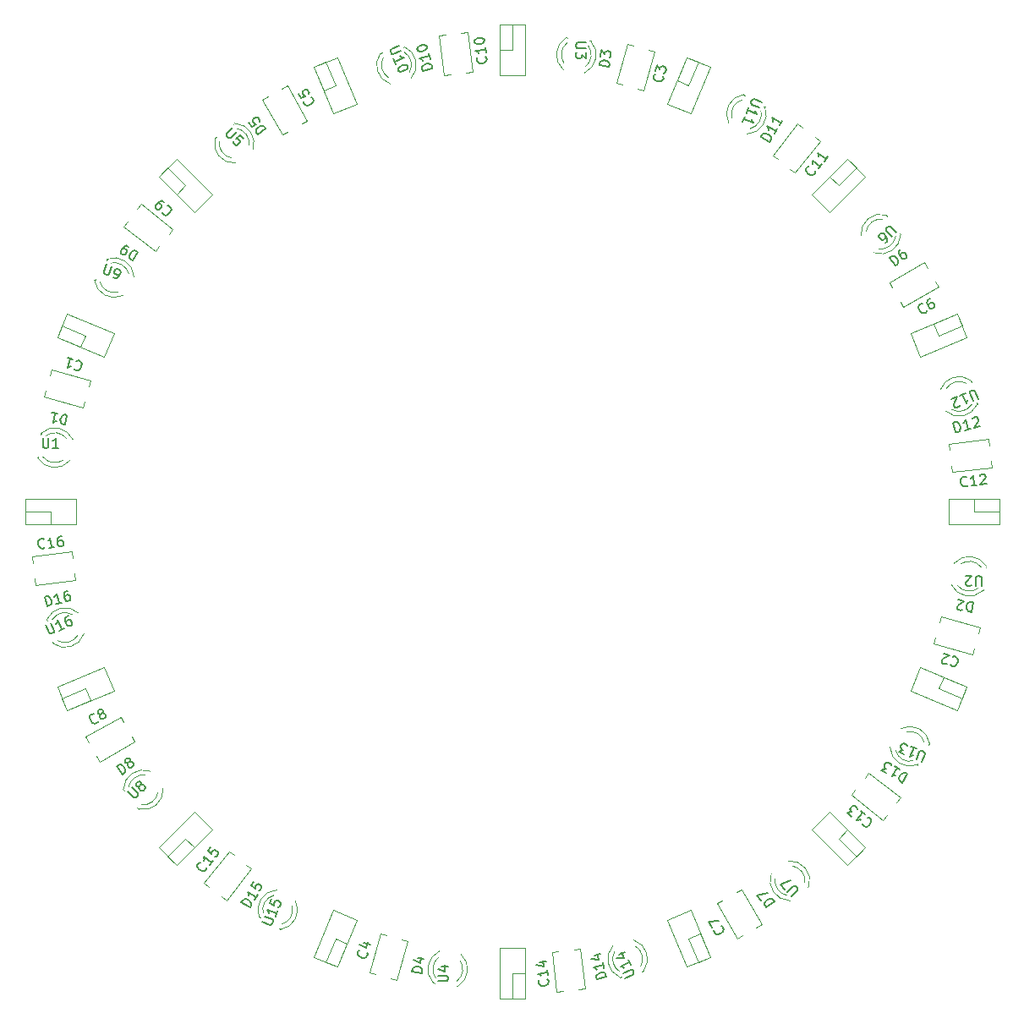
<source format=gbr>
G04 #@! TF.GenerationSoftware,KiCad,Pcbnew,(6.0.5)*
G04 #@! TF.CreationDate,2022-07-03T21:12:04+09:00*
G04 #@! TF.ProjectId,line_sensor,6c696e65-5f73-4656-9e73-6f722e6b6963,rev?*
G04 #@! TF.SameCoordinates,Original*
G04 #@! TF.FileFunction,Legend,Top*
G04 #@! TF.FilePolarity,Positive*
%FSLAX46Y46*%
G04 Gerber Fmt 4.6, Leading zero omitted, Abs format (unit mm)*
G04 Created by KiCad (PCBNEW (6.0.5)) date 2022-07-03 21:12:04*
%MOMM*%
%LPD*%
G01*
G04 APERTURE LIST*
%ADD10C,0.150000*%
%ADD11C,0.120000*%
G04 APERTURE END LIST*
D10*
X178665237Y-140621906D02*
X177866601Y-141223721D01*
X177723312Y-141033570D01*
X177675369Y-140890821D01*
X177694113Y-140757445D01*
X177741516Y-140662099D01*
X177864979Y-140509437D01*
X177979070Y-140423463D01*
X178159849Y-140346862D01*
X178264567Y-140327577D01*
X178397944Y-140346322D01*
X178521948Y-140431755D01*
X178665237Y-140621906D01*
X177322102Y-140501146D02*
X176920892Y-139968722D01*
X177977448Y-139709180D01*
X197999649Y-98930041D02*
X197958188Y-98983108D01*
X197822199Y-99047782D01*
X197727671Y-99059389D01*
X197580075Y-99029535D01*
X197473940Y-98946613D01*
X197415070Y-98857888D01*
X197344592Y-98674635D01*
X197327183Y-98532843D01*
X197351233Y-98337983D01*
X197386891Y-98237652D01*
X197469813Y-98131517D01*
X197605802Y-98066843D01*
X197700330Y-98055236D01*
X197847925Y-98085090D01*
X197900993Y-98126551D01*
X198956538Y-98908503D02*
X198389368Y-98978143D01*
X198672953Y-98943323D02*
X198551084Y-97950777D01*
X198473965Y-98104176D01*
X198391044Y-98210310D01*
X198302319Y-98269181D01*
X199224388Y-97964059D02*
X199265848Y-97910991D01*
X199354573Y-97852121D01*
X199590894Y-97823104D01*
X199691225Y-97858762D01*
X199744293Y-97900222D01*
X199803163Y-97988947D01*
X199814770Y-98083475D01*
X199784916Y-98231071D01*
X199287386Y-98867880D01*
X199901820Y-98792437D01*
X190857786Y-73604026D02*
X190285366Y-73031606D01*
X190184351Y-72997934D01*
X190117007Y-72997934D01*
X190015992Y-73031606D01*
X189881305Y-73166293D01*
X189847633Y-73267308D01*
X189847633Y-73334652D01*
X189881305Y-73435667D01*
X190453725Y-74008087D01*
X189813961Y-74647850D02*
X189948648Y-74513163D01*
X189982320Y-74412148D01*
X189982320Y-74344804D01*
X189948648Y-74176445D01*
X189847633Y-74008087D01*
X189578259Y-73738713D01*
X189477244Y-73705041D01*
X189409900Y-73705041D01*
X189308885Y-73738713D01*
X189174198Y-73873400D01*
X189140526Y-73974415D01*
X189140526Y-74041758D01*
X189174198Y-74142774D01*
X189342557Y-74311132D01*
X189443572Y-74344804D01*
X189510916Y-74344804D01*
X189611931Y-74311132D01*
X189746618Y-74176445D01*
X189780290Y-74075430D01*
X189780290Y-74008087D01*
X189746618Y-73907071D01*
X105716099Y-112929979D02*
X106025890Y-113677881D01*
X106106331Y-113747647D01*
X106168548Y-113773418D01*
X106274759Y-113780966D01*
X106450736Y-113708074D01*
X106520502Y-113627634D01*
X106546273Y-113565417D01*
X106553821Y-113459205D01*
X106244030Y-112711303D01*
X107550593Y-113252499D02*
X107022662Y-113471175D01*
X107286627Y-113361837D02*
X106903944Y-112437957D01*
X106870625Y-112606386D01*
X106819082Y-112730821D01*
X106749317Y-112811261D01*
X107959806Y-112000605D02*
X107783829Y-112073497D01*
X107714064Y-112153937D01*
X107688293Y-112216155D01*
X107654973Y-112384583D01*
X107683871Y-112578784D01*
X107829655Y-112930738D01*
X107910095Y-113000503D01*
X107972313Y-113026274D01*
X108078524Y-113033823D01*
X108254501Y-112960931D01*
X108324267Y-112880490D01*
X108350038Y-112818273D01*
X108357586Y-112712061D01*
X108266471Y-112492090D01*
X108186031Y-112422325D01*
X108123814Y-112396553D01*
X108017602Y-112389005D01*
X107841625Y-112461897D01*
X107771859Y-112542337D01*
X107746088Y-112604555D01*
X107738540Y-112710766D01*
X105410095Y-94202380D02*
X105410095Y-95011904D01*
X105457714Y-95107142D01*
X105505333Y-95154761D01*
X105600571Y-95202380D01*
X105791047Y-95202380D01*
X105886285Y-95154761D01*
X105933904Y-95107142D01*
X105981523Y-95011904D01*
X105981523Y-94202380D01*
X106981523Y-95202380D02*
X106410095Y-95202380D01*
X106695809Y-95202380D02*
X106695809Y-94202380D01*
X106600571Y-94345238D01*
X106505333Y-94440476D01*
X106410095Y-94488095D01*
X198564982Y-110620328D02*
X198425809Y-111610596D01*
X198190031Y-111577460D01*
X198055191Y-111510422D01*
X197974134Y-111402856D01*
X197940233Y-111301918D01*
X197919587Y-111106668D01*
X197939469Y-110965201D01*
X198013134Y-110783206D01*
X198073544Y-110695522D01*
X198181110Y-110614465D01*
X198329204Y-110587192D01*
X198564982Y-110620328D01*
X197495951Y-111383739D02*
X197442168Y-111424267D01*
X197341229Y-111458168D01*
X197105451Y-111425032D01*
X197017767Y-111364622D01*
X196977239Y-111310839D01*
X196943338Y-111209900D01*
X196956593Y-111115589D01*
X197023630Y-110980750D01*
X197669025Y-110494410D01*
X197056002Y-110408255D01*
X182755877Y-67468232D02*
X182764084Y-67535073D01*
X182713656Y-67676964D01*
X182655022Y-67752012D01*
X182529546Y-67835268D01*
X182395863Y-67851682D01*
X182291497Y-67830572D01*
X182112083Y-67750828D01*
X181999510Y-67662876D01*
X181878729Y-67508083D01*
X181832998Y-67411924D01*
X181816584Y-67278241D01*
X181867011Y-67136351D01*
X181925646Y-67061302D01*
X182051122Y-66978046D01*
X182117963Y-66969839D01*
X183417269Y-66776380D02*
X183065463Y-67226672D01*
X183241366Y-67001526D02*
X182453355Y-66385864D01*
X182507294Y-66548865D01*
X182523708Y-66682548D01*
X182502598Y-66786914D01*
X184003614Y-66025894D02*
X183651807Y-66476185D01*
X183827710Y-66251039D02*
X183039700Y-65635378D01*
X183093638Y-65798378D01*
X183110052Y-65932061D01*
X183088942Y-66036427D01*
X199389904Y-108997619D02*
X199389904Y-108188095D01*
X199342285Y-108092857D01*
X199294666Y-108045238D01*
X199199428Y-107997619D01*
X199008952Y-107997619D01*
X198913714Y-108045238D01*
X198866095Y-108092857D01*
X198818476Y-108188095D01*
X198818476Y-108997619D01*
X198389904Y-108902380D02*
X198342285Y-108950000D01*
X198247047Y-108997619D01*
X198008952Y-108997619D01*
X197913714Y-108950000D01*
X197866095Y-108902380D01*
X197818476Y-108807142D01*
X197818476Y-108711904D01*
X197866095Y-108569047D01*
X198437523Y-107997619D01*
X197818476Y-107997619D01*
X132248561Y-60078710D02*
X132313456Y-60096707D01*
X132425247Y-60197595D01*
X132472145Y-60280486D01*
X132501046Y-60428271D01*
X132465052Y-60558060D01*
X132405610Y-60646403D01*
X132263276Y-60781643D01*
X132138940Y-60851989D01*
X131949709Y-60904339D01*
X131843369Y-60909791D01*
X131713581Y-60873797D01*
X131601789Y-60772909D01*
X131554892Y-60690018D01*
X131525991Y-60542233D01*
X131543988Y-60477339D01*
X131015571Y-59736772D02*
X131250058Y-60151227D01*
X131687962Y-59958185D01*
X131623068Y-59940188D01*
X131534725Y-59880746D01*
X131417481Y-59673518D01*
X131412029Y-59567178D01*
X131430026Y-59502284D01*
X131489468Y-59413941D01*
X131696696Y-59296698D01*
X131803035Y-59291246D01*
X131867930Y-59309242D01*
X131956273Y-59368685D01*
X132073516Y-59575912D01*
X132078968Y-59682252D01*
X132060971Y-59747146D01*
X110940323Y-122537261D02*
X110922326Y-122602156D01*
X110821438Y-122713947D01*
X110738547Y-122760845D01*
X110590762Y-122789746D01*
X110460973Y-122753752D01*
X110372630Y-122694310D01*
X110237390Y-122551976D01*
X110167044Y-122427640D01*
X110114694Y-122238409D01*
X110109242Y-122132069D01*
X110145236Y-122002281D01*
X110246124Y-121890489D01*
X110329015Y-121843592D01*
X110476800Y-121814691D01*
X110541694Y-121832688D01*
X111203181Y-121841421D02*
X111096842Y-121846873D01*
X111031947Y-121828877D01*
X110943604Y-121769434D01*
X110920156Y-121727989D01*
X110914704Y-121621649D01*
X110932701Y-121556755D01*
X110992143Y-121468412D01*
X111157925Y-121374617D01*
X111264265Y-121369165D01*
X111329159Y-121387162D01*
X111417502Y-121446604D01*
X111440951Y-121488049D01*
X111446403Y-121594389D01*
X111428406Y-121659283D01*
X111368964Y-121747626D01*
X111203181Y-121841421D01*
X111143739Y-121929764D01*
X111125742Y-121994659D01*
X111131194Y-122100998D01*
X111224989Y-122266780D01*
X111313332Y-122326223D01*
X111378227Y-122344220D01*
X111484566Y-122338768D01*
X111650348Y-122244973D01*
X111709791Y-122156630D01*
X111727787Y-122091735D01*
X111722335Y-121985396D01*
X111628541Y-121819614D01*
X111540198Y-121760171D01*
X111475303Y-121742174D01*
X111368964Y-121747626D01*
X124404026Y-63142213D02*
X123831606Y-63714633D01*
X123797934Y-63815648D01*
X123797934Y-63882992D01*
X123831606Y-63984007D01*
X123966293Y-64118694D01*
X124067308Y-64152366D01*
X124134652Y-64152366D01*
X124235667Y-64118694D01*
X124808087Y-63546274D01*
X125481522Y-64219709D02*
X125144804Y-63882992D01*
X124774415Y-64186038D01*
X124841758Y-64186038D01*
X124942774Y-64219709D01*
X125111132Y-64388068D01*
X125144804Y-64489083D01*
X125144804Y-64556427D01*
X125111132Y-64657442D01*
X124942774Y-64825801D01*
X124841758Y-64859473D01*
X124774415Y-64859473D01*
X124673400Y-64825801D01*
X124505041Y-64657442D01*
X124471369Y-64556427D01*
X124471369Y-64489083D01*
X113942213Y-129595973D02*
X114514633Y-130168393D01*
X114615648Y-130202065D01*
X114682992Y-130202065D01*
X114784007Y-130168393D01*
X114918694Y-130033706D01*
X114952366Y-129932691D01*
X114952366Y-129865347D01*
X114918694Y-129764332D01*
X114346274Y-129191912D01*
X115087053Y-129057225D02*
X114986038Y-129090897D01*
X114918694Y-129090897D01*
X114817679Y-129057225D01*
X114784007Y-129023554D01*
X114750335Y-128922538D01*
X114750335Y-128855195D01*
X114784007Y-128754180D01*
X114918694Y-128619493D01*
X115019709Y-128585821D01*
X115087053Y-128585821D01*
X115188068Y-128619493D01*
X115221740Y-128653164D01*
X115255412Y-128754180D01*
X115255412Y-128821523D01*
X115221740Y-128922538D01*
X115087053Y-129057225D01*
X115053381Y-129158241D01*
X115053381Y-129225584D01*
X115087053Y-129326599D01*
X115221740Y-129461286D01*
X115322755Y-129494958D01*
X115390099Y-129494958D01*
X115491114Y-129461286D01*
X115625801Y-129326599D01*
X115659473Y-129225584D01*
X115659473Y-129158241D01*
X115625801Y-129057225D01*
X115491114Y-128922538D01*
X115390099Y-128888867D01*
X115322755Y-128888867D01*
X115221740Y-128922538D01*
X192009251Y-127841955D02*
X191501713Y-128703585D01*
X191296563Y-128582742D01*
X191197642Y-128469207D01*
X191163919Y-128338810D01*
X191171226Y-128232581D01*
X191226870Y-128044293D01*
X191299375Y-127921203D01*
X191437079Y-127781252D01*
X191526446Y-127723360D01*
X191656843Y-127689637D01*
X191804101Y-127721113D01*
X192009251Y-127841955D01*
X190696292Y-127068564D02*
X191188652Y-127358586D01*
X190942472Y-127213575D02*
X190434934Y-128075204D01*
X190589499Y-128000451D01*
X190719896Y-127966728D01*
X190826125Y-127974035D01*
X189901544Y-127761013D02*
X189368155Y-127446823D01*
X189848713Y-127287763D01*
X189725623Y-127215257D01*
X189667731Y-127125890D01*
X189650870Y-127060692D01*
X189658177Y-126954463D01*
X189779019Y-126749314D01*
X189868386Y-126691422D01*
X189933585Y-126674561D01*
X190039813Y-126681868D01*
X190285993Y-126826879D01*
X190343884Y-126916246D01*
X190360746Y-126981444D01*
X127745731Y-63212532D02*
X126947095Y-63814347D01*
X126803806Y-63624196D01*
X126755863Y-63481447D01*
X126774607Y-63348071D01*
X126822010Y-63252725D01*
X126945473Y-63100063D01*
X127059564Y-63014089D01*
X127240343Y-62937488D01*
X127345061Y-62918203D01*
X127478438Y-62936948D01*
X127602442Y-63022381D01*
X127745731Y-63212532D01*
X126058702Y-62635409D02*
X126345280Y-63015711D01*
X126754241Y-62767163D01*
X126687553Y-62757791D01*
X126592207Y-62710388D01*
X126448917Y-62520237D01*
X126429632Y-62415518D01*
X126439004Y-62348830D01*
X126486407Y-62253484D01*
X126676558Y-62110195D01*
X126781277Y-62090909D01*
X126847965Y-62100282D01*
X126943311Y-62147685D01*
X127086600Y-62337836D01*
X127105886Y-62442554D01*
X127096513Y-62509242D01*
X193422007Y-126598997D02*
X193731798Y-125851095D01*
X193724250Y-125744883D01*
X193698478Y-125682666D01*
X193628713Y-125602225D01*
X193452736Y-125529333D01*
X193346524Y-125536882D01*
X193284307Y-125562653D01*
X193203867Y-125632418D01*
X192894075Y-126380321D01*
X192352879Y-125073758D02*
X192880811Y-125292434D01*
X192616845Y-125183096D02*
X192234161Y-126106976D01*
X192376819Y-126011439D01*
X192501254Y-125959896D01*
X192607465Y-125952348D01*
X191662236Y-125870076D02*
X191090311Y-125633177D01*
X191544055Y-125408784D01*
X191412072Y-125354115D01*
X191342306Y-125273675D01*
X191316535Y-125211457D01*
X191308987Y-125105246D01*
X191400102Y-124885274D01*
X191480542Y-124815509D01*
X191542760Y-124789738D01*
X191648971Y-124782190D01*
X191912937Y-124891528D01*
X191982702Y-124971968D01*
X192008473Y-125034185D01*
X177398997Y-60577992D02*
X176651095Y-60268201D01*
X176544883Y-60275749D01*
X176482666Y-60301521D01*
X176402225Y-60371286D01*
X176329333Y-60547263D01*
X176336882Y-60653475D01*
X176362653Y-60715692D01*
X176432418Y-60796132D01*
X177180321Y-61105924D01*
X175873758Y-61647120D02*
X176092434Y-61119188D01*
X175983096Y-61383154D02*
X176906976Y-61765838D01*
X176811439Y-61623180D01*
X176759896Y-61498745D01*
X176752348Y-61392534D01*
X175509297Y-62527005D02*
X175727974Y-61999074D01*
X175618636Y-62263039D02*
X176542515Y-62645723D01*
X176446978Y-62503065D01*
X176395436Y-62378631D01*
X176387888Y-62272419D01*
X143379671Y-147764982D02*
X142389403Y-147625809D01*
X142422539Y-147390031D01*
X142489577Y-147255191D01*
X142597143Y-147174134D01*
X142698081Y-147140233D01*
X142893331Y-147119587D01*
X143034798Y-147139469D01*
X143216793Y-147213134D01*
X143304477Y-147273544D01*
X143385534Y-147381110D01*
X143412807Y-147529204D01*
X143379671Y-147764982D01*
X142918311Y-146257531D02*
X143578490Y-146350313D01*
X142507929Y-146440291D02*
X143182127Y-146775478D01*
X143268282Y-146162455D01*
X159797619Y-54610095D02*
X158988095Y-54610095D01*
X158892857Y-54657714D01*
X158845238Y-54705333D01*
X158797619Y-54800571D01*
X158797619Y-54991047D01*
X158845238Y-55086285D01*
X158892857Y-55133904D01*
X158988095Y-55181523D01*
X159797619Y-55181523D01*
X159797619Y-55562476D02*
X159797619Y-56181523D01*
X159416666Y-55848190D01*
X159416666Y-55991047D01*
X159369047Y-56086285D01*
X159321428Y-56133904D01*
X159226190Y-56181523D01*
X158988095Y-56181523D01*
X158892857Y-56133904D01*
X158845238Y-56086285D01*
X158797619Y-55991047D01*
X158797619Y-55705333D01*
X158845238Y-55610095D01*
X158892857Y-55562476D01*
X111817935Y-76783232D02*
X111508144Y-77531135D01*
X111515692Y-77637346D01*
X111541463Y-77699563D01*
X111611229Y-77780004D01*
X111787206Y-77852896D01*
X111893417Y-77845348D01*
X111955635Y-77819576D01*
X112036075Y-77749811D01*
X112345866Y-77001908D01*
X112447120Y-78126241D02*
X112623097Y-78199133D01*
X112729308Y-78191585D01*
X112791526Y-78165814D01*
X112934183Y-78070277D01*
X113051069Y-77912523D01*
X113196854Y-77560569D01*
X113189305Y-77454357D01*
X113163534Y-77392140D01*
X113093769Y-77311700D01*
X112917792Y-77238808D01*
X112811580Y-77246356D01*
X112749363Y-77272127D01*
X112668922Y-77341893D01*
X112577807Y-77561864D01*
X112585356Y-77668075D01*
X112611127Y-77730293D01*
X112680892Y-77810733D01*
X112856869Y-77883625D01*
X112963081Y-77876077D01*
X113025298Y-77850306D01*
X113105739Y-77780540D01*
X196839153Y-93631903D02*
X196588773Y-92663755D01*
X196819284Y-92604141D01*
X196969514Y-92614475D01*
X197085564Y-92682834D01*
X197155512Y-92763115D01*
X197249306Y-92935601D01*
X197285074Y-93073908D01*
X197286663Y-93270240D01*
X197264407Y-93374368D01*
X197196048Y-93490418D01*
X197069664Y-93572289D01*
X196839153Y-93631903D01*
X198314425Y-93250371D02*
X197761198Y-93393446D01*
X198037812Y-93321909D02*
X197787432Y-92353761D01*
X197730996Y-92515914D01*
X197662637Y-92631964D01*
X197582355Y-92701912D01*
X198456709Y-92279046D02*
X198490889Y-92221020D01*
X198571170Y-92151072D01*
X198801682Y-92091458D01*
X198905809Y-92113715D01*
X198963834Y-92147894D01*
X199033782Y-92228176D01*
X199057628Y-92320380D01*
X199047294Y-92470610D01*
X198637141Y-93166911D01*
X199236471Y-93011914D01*
X190787467Y-76945731D02*
X190185652Y-76147095D01*
X190375803Y-76003806D01*
X190518552Y-75955863D01*
X190651928Y-75974607D01*
X190747274Y-76022010D01*
X190899936Y-76145473D01*
X190985910Y-76259564D01*
X191062511Y-76440343D01*
X191081796Y-76545061D01*
X191063051Y-76678438D01*
X190977618Y-76802442D01*
X190787467Y-76945731D01*
X191326560Y-75287360D02*
X191174439Y-75401991D01*
X191127036Y-75497337D01*
X191117664Y-75564025D01*
X191127577Y-75735432D01*
X191204178Y-75916210D01*
X191433441Y-76220453D01*
X191528787Y-76267855D01*
X191595475Y-76277228D01*
X191700193Y-76257942D01*
X191852314Y-76143311D01*
X191899717Y-76047965D01*
X191909090Y-75981277D01*
X191889804Y-75876558D01*
X191746515Y-75686407D01*
X191651169Y-75639004D01*
X191584481Y-75629632D01*
X191479762Y-75648917D01*
X191327641Y-75763549D01*
X191280239Y-75858895D01*
X191270866Y-75925583D01*
X191290152Y-76030301D01*
X141070020Y-54916099D02*
X140322118Y-55225890D01*
X140252352Y-55306331D01*
X140226581Y-55368548D01*
X140219033Y-55474759D01*
X140291925Y-55650736D01*
X140372365Y-55720502D01*
X140434582Y-55746273D01*
X140540794Y-55753821D01*
X141288696Y-55444030D01*
X140747500Y-56750593D02*
X140528824Y-56222662D01*
X140638162Y-56486627D02*
X141562042Y-56103944D01*
X141393613Y-56070625D01*
X141269178Y-56019082D01*
X141188738Y-55949317D01*
X141908279Y-56939835D02*
X141944725Y-57027824D01*
X141937177Y-57134035D01*
X141911406Y-57196252D01*
X141841640Y-57276693D01*
X141683886Y-57393579D01*
X141463915Y-57484694D01*
X141269715Y-57513592D01*
X141163503Y-57506044D01*
X141101286Y-57480272D01*
X141020845Y-57410507D01*
X140984399Y-57322518D01*
X140991948Y-57216307D01*
X141017719Y-57154090D01*
X141087484Y-57073649D01*
X141245238Y-56956763D01*
X141465210Y-56865648D01*
X141659410Y-56836750D01*
X141765621Y-56844298D01*
X141827839Y-56870070D01*
X141908279Y-56939835D01*
X117892989Y-70950950D02*
X117959830Y-70942743D01*
X118101720Y-70993171D01*
X118176769Y-71051805D01*
X118260025Y-71177281D01*
X118276439Y-71310964D01*
X118255329Y-71415330D01*
X118175584Y-71594744D01*
X118087633Y-71707317D01*
X117932840Y-71828097D01*
X117836681Y-71873829D01*
X117702998Y-71890243D01*
X117561108Y-71839816D01*
X117486059Y-71781181D01*
X117402803Y-71655705D01*
X117394596Y-71588864D01*
X117576380Y-70582730D02*
X117426283Y-70465461D01*
X117321917Y-70444351D01*
X117255075Y-70452558D01*
X117092075Y-70506496D01*
X116937282Y-70627276D01*
X116702744Y-70927471D01*
X116681634Y-71031837D01*
X116689841Y-71098678D01*
X116735573Y-71194837D01*
X116885670Y-71312106D01*
X116990036Y-71333216D01*
X117056877Y-71325009D01*
X117153036Y-71279277D01*
X117299622Y-71091656D01*
X117320732Y-70987290D01*
X117312525Y-70920448D01*
X117266794Y-70824290D01*
X117116696Y-70707021D01*
X117012330Y-70685911D01*
X116945489Y-70694118D01*
X116849330Y-70739849D01*
X187984682Y-132184576D02*
X188051523Y-132176369D01*
X188193414Y-132226797D01*
X188268462Y-132285431D01*
X188351718Y-132410907D01*
X188368132Y-132544590D01*
X188347022Y-132648956D01*
X188267278Y-132828370D01*
X188179326Y-132940943D01*
X188024533Y-133061724D01*
X187928374Y-133107455D01*
X187794691Y-133123869D01*
X187652801Y-133073442D01*
X187577752Y-133014807D01*
X187494496Y-132889331D01*
X187486289Y-132822490D01*
X187292830Y-131523184D02*
X187743122Y-131874990D01*
X187517976Y-131699087D02*
X186902314Y-132487098D01*
X187065315Y-132433159D01*
X187198998Y-132416745D01*
X187303364Y-132437855D01*
X186414498Y-132105974D02*
X185926682Y-131724850D01*
X186423890Y-131629876D01*
X186311317Y-131541924D01*
X186265586Y-131445766D01*
X186257378Y-131378924D01*
X186278489Y-131274558D01*
X186425075Y-131086937D01*
X186521233Y-131041205D01*
X186588075Y-131032998D01*
X186692441Y-131054108D01*
X186917587Y-131230011D01*
X186963318Y-131326170D01*
X186971525Y-131393012D01*
X137888460Y-145721297D02*
X137921621Y-145779910D01*
X137929331Y-145930297D01*
X137903880Y-146022071D01*
X137819816Y-146147007D01*
X137702590Y-146213330D01*
X137598090Y-146233766D01*
X137401816Y-146228751D01*
X137264155Y-146190574D01*
X137093332Y-146093784D01*
X137014283Y-146022445D01*
X136947960Y-145905220D01*
X136940250Y-145754833D01*
X136965701Y-145663058D01*
X137049765Y-145538123D01*
X137108378Y-145504961D01*
X137566875Y-144742620D02*
X138209295Y-144920779D01*
X137136149Y-144870251D02*
X137760829Y-145290571D01*
X137926262Y-144694038D01*
X199083900Y-90270020D02*
X198774109Y-89522118D01*
X198693668Y-89452352D01*
X198631451Y-89426581D01*
X198525240Y-89419033D01*
X198349263Y-89491925D01*
X198279497Y-89572365D01*
X198253726Y-89634582D01*
X198246178Y-89740794D01*
X198555969Y-90488696D01*
X197249406Y-89947500D02*
X197777337Y-89728824D01*
X197513372Y-89838162D02*
X197896055Y-90762042D01*
X197929374Y-90593613D01*
X197980917Y-90469178D01*
X198050682Y-90388738D01*
X197243689Y-90929175D02*
X197217918Y-90991393D01*
X197148152Y-91071833D01*
X196928181Y-91162948D01*
X196821970Y-91155400D01*
X196759752Y-91129629D01*
X196679312Y-91059863D01*
X196642866Y-90971875D01*
X196632191Y-90821669D01*
X196941446Y-90075061D01*
X196369521Y-90311961D01*
X145002380Y-148589904D02*
X145811904Y-148589904D01*
X145907142Y-148542285D01*
X145954761Y-148494666D01*
X146002380Y-148399428D01*
X146002380Y-148208952D01*
X145954761Y-148113714D01*
X145907142Y-148066095D01*
X145811904Y-148018476D01*
X145002380Y-148018476D01*
X145335714Y-147113714D02*
X146002380Y-147113714D01*
X144954761Y-147351809D02*
X145669047Y-147589904D01*
X145669047Y-146970857D01*
X127401002Y-142622007D02*
X128148904Y-142931798D01*
X128255116Y-142924250D01*
X128317333Y-142898478D01*
X128397774Y-142828713D01*
X128470666Y-142652736D01*
X128463117Y-142546524D01*
X128437346Y-142484307D01*
X128367581Y-142403867D01*
X127619678Y-142094075D01*
X128926241Y-141552879D02*
X128707565Y-142080811D01*
X128816903Y-141816845D02*
X127893023Y-141434161D01*
X127988560Y-141576819D01*
X128040103Y-141701254D01*
X128047651Y-141807465D01*
X128348599Y-140334305D02*
X128166369Y-140774248D01*
X128588088Y-141000472D01*
X128562317Y-140938255D01*
X128554769Y-140832043D01*
X128645884Y-140612072D01*
X128726324Y-140542306D01*
X128788542Y-140516535D01*
X128894753Y-140508987D01*
X129114725Y-140600102D01*
X129184490Y-140680542D01*
X129210261Y-140742760D01*
X129217809Y-140848971D01*
X129126694Y-141068942D01*
X129046254Y-141138708D01*
X128984037Y-141164479D01*
X126158044Y-141209251D02*
X125296414Y-140701713D01*
X125417257Y-140496563D01*
X125530792Y-140397642D01*
X125661189Y-140363919D01*
X125767418Y-140371226D01*
X125955706Y-140426870D01*
X126078796Y-140499375D01*
X126218747Y-140637079D01*
X126276639Y-140726446D01*
X126310362Y-140856843D01*
X126278886Y-141004101D01*
X126158044Y-141209251D01*
X126931435Y-139896292D02*
X126641413Y-140388652D01*
X126786424Y-140142472D02*
X125924795Y-139634934D01*
X125999548Y-139789499D01*
X126033271Y-139919896D01*
X126025964Y-140026125D01*
X126529008Y-138609185D02*
X126287323Y-139019484D01*
X126673454Y-139302199D01*
X126656592Y-139237001D01*
X126663899Y-139130772D01*
X126784742Y-138925623D01*
X126874109Y-138867731D01*
X126939307Y-138850870D01*
X127045536Y-138858177D01*
X127250685Y-138979019D01*
X127308577Y-139068386D01*
X127325438Y-139133585D01*
X127318131Y-139239813D01*
X127197289Y-139444963D01*
X127107922Y-139502854D01*
X127042723Y-139519716D01*
X107822760Y-91889160D02*
X107683587Y-92879428D01*
X107447809Y-92846292D01*
X107312969Y-92779254D01*
X107231912Y-92671688D01*
X107198011Y-92570750D01*
X107177365Y-92375500D01*
X107197247Y-92234033D01*
X107270912Y-92052038D01*
X107331322Y-91964354D01*
X107438888Y-91883297D01*
X107586982Y-91856024D01*
X107822760Y-91889160D01*
X106313780Y-91677087D02*
X106879647Y-91756614D01*
X106596714Y-91716851D02*
X106457541Y-92707119D01*
X106571734Y-92578906D01*
X106679300Y-92497850D01*
X106780238Y-92463949D01*
X108790797Y-86489231D02*
X108849410Y-86456070D01*
X108999797Y-86448360D01*
X109091571Y-86473811D01*
X109216507Y-86557875D01*
X109282830Y-86675101D01*
X109303266Y-86779601D01*
X109298251Y-86975875D01*
X109260074Y-87113536D01*
X109163284Y-87284359D01*
X109091945Y-87363408D01*
X108974720Y-87429731D01*
X108824333Y-87437441D01*
X108732558Y-87411990D01*
X108607623Y-87327926D01*
X108574461Y-87269313D01*
X107898505Y-86142944D02*
X108449151Y-86295652D01*
X108173828Y-86219298D02*
X107906589Y-87182929D01*
X108036541Y-87070718D01*
X108153766Y-87004395D01*
X108258266Y-86983960D01*
X180395973Y-140057786D02*
X180968393Y-139485366D01*
X181002065Y-139384351D01*
X181002065Y-139317007D01*
X180968393Y-139215992D01*
X180833706Y-139081305D01*
X180732691Y-139047633D01*
X180665347Y-139047633D01*
X180564332Y-139081305D01*
X179991912Y-139653725D01*
X179722538Y-139384351D02*
X179251134Y-138912946D01*
X180261286Y-138508885D01*
X167510768Y-57990797D02*
X167543929Y-58049410D01*
X167551639Y-58199797D01*
X167526188Y-58291571D01*
X167442124Y-58416507D01*
X167324898Y-58482830D01*
X167220398Y-58503266D01*
X167024124Y-58498251D01*
X166886463Y-58460074D01*
X166715640Y-58363284D01*
X166636591Y-58291945D01*
X166570268Y-58174720D01*
X166562558Y-58024333D01*
X166588009Y-57932558D01*
X166672073Y-57807623D01*
X166730686Y-57774461D01*
X166727991Y-57427800D02*
X166893424Y-56831266D01*
X167171442Y-57254282D01*
X167209619Y-57116620D01*
X167280957Y-57037572D01*
X167339570Y-57004410D01*
X167444070Y-56983974D01*
X167673506Y-57047602D01*
X167752555Y-57118941D01*
X167785716Y-57177554D01*
X167806152Y-57282053D01*
X167729798Y-57557376D01*
X167658460Y-57636425D01*
X167599847Y-57669587D01*
X113378093Y-127865237D02*
X112776278Y-127066601D01*
X112966429Y-126923312D01*
X113109178Y-126875369D01*
X113242554Y-126894113D01*
X113337900Y-126941516D01*
X113490562Y-127064979D01*
X113576536Y-127179070D01*
X113653137Y-127359849D01*
X113672422Y-127464567D01*
X113653677Y-127597944D01*
X113568244Y-127721948D01*
X113378093Y-127865237D01*
X113946925Y-126721085D02*
X113842207Y-126740371D01*
X113775519Y-126730998D01*
X113680173Y-126683595D01*
X113651515Y-126645565D01*
X113632229Y-126540847D01*
X113641602Y-126474159D01*
X113689004Y-126378813D01*
X113841125Y-126264181D01*
X113945844Y-126244896D01*
X114012532Y-126254268D01*
X114107878Y-126301671D01*
X114136536Y-126339701D01*
X114155821Y-126444420D01*
X114146449Y-126511108D01*
X114099046Y-126606454D01*
X113946925Y-126721085D01*
X113899522Y-126816431D01*
X113890150Y-126883119D01*
X113909435Y-126987838D01*
X114024067Y-127139959D01*
X114119413Y-127187361D01*
X114186101Y-127196734D01*
X114290819Y-127177448D01*
X114442940Y-127062817D01*
X114490343Y-126967471D01*
X114499716Y-126900783D01*
X114480430Y-126796064D01*
X114365799Y-126643943D01*
X114270453Y-126596541D01*
X114203765Y-126587168D01*
X114099046Y-126606454D01*
X196521297Y-116111539D02*
X196579910Y-116078378D01*
X196730297Y-116070668D01*
X196822071Y-116096119D01*
X196947007Y-116180183D01*
X197013330Y-116297409D01*
X197033766Y-116401909D01*
X197028751Y-116598183D01*
X196990574Y-116735844D01*
X196893784Y-116906667D01*
X196822445Y-116985716D01*
X196705220Y-117052039D01*
X196554833Y-117059749D01*
X196463058Y-117034298D01*
X196338123Y-116950234D01*
X196304961Y-116891621D01*
X195937864Y-116789816D02*
X195879251Y-116822978D01*
X195774751Y-116843414D01*
X195545315Y-116779785D01*
X195466266Y-116708447D01*
X195433105Y-116649834D01*
X195412669Y-116545334D01*
X195438120Y-116453560D01*
X195522184Y-116328624D01*
X196225538Y-115930686D01*
X195629005Y-115765252D01*
X121815423Y-137184682D02*
X121823630Y-137251523D01*
X121773202Y-137393414D01*
X121714568Y-137468462D01*
X121589092Y-137551718D01*
X121455409Y-137568132D01*
X121351043Y-137547022D01*
X121171629Y-137467278D01*
X121059056Y-137379326D01*
X120938275Y-137224533D01*
X120892544Y-137128374D01*
X120876130Y-136994691D01*
X120926557Y-136852801D01*
X120985192Y-136777752D01*
X121110668Y-136694496D01*
X121177509Y-136686289D01*
X122476815Y-136492830D02*
X122125009Y-136943122D01*
X122300912Y-136717976D02*
X121512901Y-136102314D01*
X121566840Y-136265315D01*
X121583254Y-136398998D01*
X121562144Y-136503364D01*
X122245832Y-135164206D02*
X121952660Y-135539450D01*
X122298586Y-135870146D01*
X122290378Y-135803304D01*
X122311489Y-135698939D01*
X122458075Y-135511317D01*
X122554233Y-135465586D01*
X122621075Y-135457378D01*
X122725441Y-135478489D01*
X122913062Y-135625075D01*
X122958794Y-135721233D01*
X122967001Y-135788075D01*
X122945891Y-135892441D01*
X122799305Y-136080062D01*
X122703146Y-136125794D01*
X122636305Y-136134001D01*
X162110839Y-57022760D02*
X161120571Y-56883587D01*
X161153707Y-56647809D01*
X161220745Y-56512969D01*
X161328311Y-56431912D01*
X161429249Y-56398011D01*
X161624499Y-56377365D01*
X161765966Y-56397247D01*
X161947961Y-56470912D01*
X162035645Y-56531322D01*
X162116702Y-56638888D01*
X162143975Y-56786982D01*
X162110839Y-57022760D01*
X161246489Y-55987630D02*
X161332644Y-55374607D01*
X161663498Y-55757715D01*
X161683380Y-55616248D01*
X161743790Y-55528564D01*
X161797573Y-55488035D01*
X161898512Y-55454134D01*
X162134290Y-55487271D01*
X162221974Y-55547681D01*
X162262502Y-55601464D01*
X162296403Y-55702402D01*
X162256639Y-55985336D01*
X162196229Y-56073020D01*
X162142446Y-56113549D01*
X193921289Y-81448561D02*
X193903292Y-81513456D01*
X193802404Y-81625247D01*
X193719513Y-81672145D01*
X193571728Y-81701046D01*
X193441939Y-81665052D01*
X193353596Y-81605610D01*
X193218356Y-81463276D01*
X193148010Y-81338940D01*
X193095660Y-81149709D01*
X193090208Y-81043369D01*
X193126202Y-80913581D01*
X193227090Y-80801789D01*
X193309981Y-80754892D01*
X193457766Y-80725991D01*
X193522660Y-80743988D01*
X194221782Y-80239019D02*
X194056000Y-80332814D01*
X193996558Y-80421157D01*
X193978561Y-80486052D01*
X193966016Y-80657286D01*
X194018365Y-80846516D01*
X194205955Y-81178080D01*
X194294298Y-81237523D01*
X194359193Y-81255520D01*
X194465532Y-81250068D01*
X194631314Y-81156273D01*
X194690757Y-81067930D01*
X194708753Y-81003035D01*
X194703301Y-80896696D01*
X194586058Y-80689468D01*
X194497715Y-80630026D01*
X194432821Y-80612029D01*
X194326481Y-80617481D01*
X194160699Y-80711276D01*
X194101256Y-80799619D01*
X194083260Y-80864513D01*
X194088712Y-80970853D01*
X105611269Y-105135609D02*
X105569808Y-105188676D01*
X105433819Y-105253350D01*
X105339291Y-105264957D01*
X105191695Y-105235103D01*
X105085560Y-105152181D01*
X105026690Y-105063456D01*
X104956212Y-104880203D01*
X104938803Y-104738411D01*
X104962853Y-104543551D01*
X104998511Y-104443220D01*
X105081433Y-104337085D01*
X105217422Y-104272411D01*
X105311950Y-104260804D01*
X105459545Y-104290658D01*
X105512613Y-104332119D01*
X106568158Y-105114071D02*
X106000988Y-105183711D01*
X106284573Y-105148891D02*
X106162704Y-104156345D01*
X106085585Y-104309744D01*
X106002664Y-104415878D01*
X105913939Y-104474749D01*
X107297042Y-104017065D02*
X107107986Y-104040279D01*
X107019261Y-104099149D01*
X106977800Y-104152217D01*
X106900682Y-104305616D01*
X106876631Y-104500475D01*
X106923057Y-104878588D01*
X106981928Y-104967313D01*
X107034995Y-105008774D01*
X107135327Y-105044431D01*
X107324383Y-105021218D01*
X107413108Y-104962347D01*
X107454569Y-104909280D01*
X107490226Y-104808949D01*
X107461210Y-104572628D01*
X107402339Y-104483903D01*
X107349272Y-104442442D01*
X107248940Y-104406785D01*
X107059884Y-104429998D01*
X106971159Y-104488869D01*
X106929698Y-104541936D01*
X106894041Y-104642268D01*
X173337261Y-143059676D02*
X173402156Y-143077673D01*
X173513947Y-143178561D01*
X173560845Y-143261452D01*
X173589746Y-143409237D01*
X173553752Y-143539026D01*
X173494310Y-143627369D01*
X173351976Y-143762609D01*
X173227640Y-143832955D01*
X173038409Y-143885305D01*
X172932069Y-143890757D01*
X172802281Y-143854763D01*
X172690489Y-143753875D01*
X172643592Y-143670984D01*
X172614691Y-143523199D01*
X172632688Y-143458305D01*
X172385656Y-143215084D02*
X172057373Y-142634847D01*
X173138768Y-142515433D01*
X144431903Y-57160846D02*
X143463755Y-57411226D01*
X143404141Y-57180715D01*
X143414475Y-57030485D01*
X143482834Y-56914435D01*
X143563115Y-56844487D01*
X143735601Y-56750693D01*
X143873908Y-56714925D01*
X144070240Y-56713336D01*
X144174368Y-56735592D01*
X144290418Y-56803951D01*
X144372289Y-56930335D01*
X144431903Y-57160846D01*
X144050371Y-55685574D02*
X144193446Y-56238801D01*
X144121909Y-55962187D02*
X143153761Y-56212567D01*
X143315914Y-56269003D01*
X143431964Y-56337362D01*
X143501912Y-56417644D01*
X142927227Y-55336624D02*
X142903381Y-55244420D01*
X142925638Y-55140292D01*
X142959817Y-55082267D01*
X143040099Y-55012319D01*
X143212585Y-54918525D01*
X143443096Y-54858911D01*
X143639428Y-54857322D01*
X143743556Y-54879578D01*
X143801581Y-54913758D01*
X143871529Y-54994040D01*
X143895374Y-55086244D01*
X143873118Y-55190372D01*
X143838938Y-55248397D01*
X143758657Y-55318345D01*
X143586170Y-55412138D01*
X143355659Y-55471753D01*
X143159327Y-55473342D01*
X143055200Y-55451085D01*
X142997175Y-55416906D01*
X142927227Y-55336624D01*
X163729979Y-148283900D02*
X164477881Y-147974109D01*
X164547647Y-147893668D01*
X164573418Y-147831451D01*
X164580966Y-147725240D01*
X164508074Y-147549263D01*
X164427634Y-147479497D01*
X164365417Y-147453726D01*
X164259205Y-147446178D01*
X163511303Y-147755969D01*
X164052499Y-146449406D02*
X164271175Y-146977337D01*
X164161837Y-146713372D02*
X163237957Y-147096055D01*
X163406386Y-147129374D01*
X163530821Y-147180917D01*
X163611261Y-147250682D01*
X163108565Y-145912632D02*
X163724484Y-145657509D01*
X162847726Y-146278387D02*
X163598755Y-146225013D01*
X163361856Y-145653088D01*
X161852105Y-148163834D02*
X160883957Y-148414214D01*
X160824343Y-148183703D01*
X160834677Y-148033473D01*
X160903036Y-147917423D01*
X160983317Y-147847475D01*
X161155803Y-147753681D01*
X161294110Y-147717913D01*
X161490442Y-147716324D01*
X161594570Y-147738580D01*
X161710620Y-147806939D01*
X161792491Y-147933323D01*
X161852105Y-148163834D01*
X161470573Y-146688562D02*
X161613648Y-147241789D01*
X161542111Y-146965175D02*
X160573963Y-147215555D01*
X160736116Y-147271991D01*
X160852166Y-147340350D01*
X160922114Y-147420632D01*
X160610530Y-146025641D02*
X161255962Y-145858721D01*
X160301326Y-146351535D02*
X161052475Y-146403203D01*
X160897478Y-145803874D01*
X114932178Y-75569383D02*
X114424639Y-76431012D01*
X114219489Y-76310169D01*
X114120568Y-76196634D01*
X114086845Y-76066237D01*
X114094152Y-75960008D01*
X114149796Y-75771720D01*
X114222302Y-75648630D01*
X114360006Y-75508679D01*
X114449372Y-75450787D01*
X114579769Y-75417065D01*
X114727028Y-75448540D01*
X114932178Y-75569383D01*
X114029518Y-75037676D02*
X113865399Y-74941002D01*
X113759170Y-74933695D01*
X113693972Y-74950556D01*
X113539406Y-75025309D01*
X113401702Y-75165260D01*
X113208354Y-75493500D01*
X113201047Y-75599728D01*
X113217909Y-75664927D01*
X113275800Y-75754294D01*
X113439920Y-75850968D01*
X113546149Y-75858275D01*
X113611347Y-75841413D01*
X113700714Y-75783522D01*
X113821556Y-75578372D01*
X113828863Y-75472144D01*
X113812002Y-75406945D01*
X113754111Y-75317578D01*
X113589991Y-75220904D01*
X113483762Y-75213597D01*
X113418564Y-75230459D01*
X113329197Y-75288350D01*
X149730041Y-56000350D02*
X149783108Y-56041811D01*
X149847782Y-56177800D01*
X149859389Y-56272328D01*
X149829535Y-56419924D01*
X149746613Y-56526059D01*
X149657888Y-56584929D01*
X149474635Y-56655407D01*
X149332843Y-56672816D01*
X149137983Y-56648766D01*
X149037652Y-56613108D01*
X148931517Y-56530186D01*
X148866843Y-56394197D01*
X148855236Y-56299669D01*
X148885090Y-56152074D01*
X148926551Y-56099006D01*
X149708503Y-55043461D02*
X149778143Y-55610631D01*
X149743323Y-55327046D02*
X148750777Y-55448915D01*
X148904176Y-55526034D01*
X149010310Y-55608955D01*
X149069181Y-55697680D01*
X148640514Y-54550897D02*
X148628907Y-54456369D01*
X148664565Y-54356038D01*
X148706026Y-54302970D01*
X148794751Y-54244100D01*
X148978004Y-54173622D01*
X149214324Y-54144606D01*
X149409184Y-54168657D01*
X149509515Y-54204314D01*
X149562583Y-54245775D01*
X149621453Y-54334500D01*
X149633060Y-54429028D01*
X149597403Y-54529360D01*
X149555942Y-54582427D01*
X149467217Y-54641298D01*
X149283964Y-54711775D01*
X149047643Y-54740792D01*
X148852784Y-54716741D01*
X148752452Y-54681083D01*
X148699385Y-54639622D01*
X148640514Y-54550897D01*
X105836165Y-111052105D02*
X105585785Y-110083957D01*
X105816296Y-110024343D01*
X105966526Y-110034677D01*
X106082576Y-110103036D01*
X106152524Y-110183317D01*
X106246318Y-110355803D01*
X106282086Y-110494110D01*
X106283675Y-110690442D01*
X106261419Y-110794570D01*
X106193060Y-110910620D01*
X106066676Y-110992491D01*
X105836165Y-111052105D01*
X107311437Y-110670573D02*
X106758210Y-110813648D01*
X107034824Y-110742111D02*
X106784444Y-109773963D01*
X106728008Y-109936116D01*
X106659649Y-110052166D01*
X106579367Y-110122114D01*
X107890898Y-109487814D02*
X107706489Y-109535506D01*
X107626207Y-109605454D01*
X107592028Y-109663479D01*
X107535592Y-109825631D01*
X107537181Y-110021963D01*
X107632564Y-110390782D01*
X107702512Y-110471063D01*
X107760537Y-110505243D01*
X107864665Y-110527499D01*
X108049074Y-110479808D01*
X108129355Y-110409860D01*
X108163535Y-110351835D01*
X108185791Y-110247707D01*
X108126177Y-110017196D01*
X108056229Y-109936914D01*
X107998204Y-109902735D01*
X107894077Y-109880478D01*
X107709667Y-109928170D01*
X107629386Y-109998118D01*
X107595206Y-110056143D01*
X107572950Y-110160270D01*
X155935609Y-148388730D02*
X155988676Y-148430191D01*
X156053350Y-148566180D01*
X156064957Y-148660708D01*
X156035103Y-148808304D01*
X155952181Y-148914439D01*
X155863456Y-148973309D01*
X155680203Y-149043787D01*
X155538411Y-149061196D01*
X155343551Y-149037146D01*
X155243220Y-149001488D01*
X155137085Y-148918566D01*
X155072411Y-148782577D01*
X155060804Y-148688049D01*
X155090658Y-148540454D01*
X155132119Y-148487386D01*
X155914071Y-147431841D02*
X155983711Y-147999011D01*
X155948891Y-147715426D02*
X154956345Y-147837295D01*
X155109744Y-147914414D01*
X155215878Y-147997335D01*
X155274749Y-148086060D01*
X155147914Y-146662334D02*
X155809612Y-146581088D01*
X154798818Y-146945081D02*
X155536796Y-147094352D01*
X155461353Y-146479918D01*
X178188932Y-64542477D02*
X177327302Y-64034939D01*
X177448145Y-63829789D01*
X177561680Y-63730868D01*
X177692077Y-63697145D01*
X177798306Y-63704452D01*
X177986594Y-63760096D01*
X178109684Y-63832601D01*
X178249635Y-63970305D01*
X178307527Y-64059672D01*
X178341250Y-64190069D01*
X178309774Y-64337327D01*
X178188932Y-64542477D01*
X178962323Y-63229518D02*
X178672301Y-63721878D01*
X178817312Y-63475698D02*
X177955683Y-62968160D01*
X178030436Y-63122725D01*
X178064159Y-63253122D01*
X178056852Y-63359351D01*
X179445693Y-62408919D02*
X179155671Y-62901279D01*
X179300682Y-62655099D02*
X178439053Y-62147561D01*
X178513806Y-62302126D01*
X178547529Y-62432523D01*
X178540222Y-62538751D01*
D11*
X182025072Y-139119226D02*
X182149659Y-139025343D01*
X180175432Y-140513030D02*
X180300019Y-140419147D01*
X181712706Y-138704703D02*
G75*
G03*
X180459542Y-137041969I-1488992J181388D01*
G01*
X182149272Y-139025634D02*
G75*
G03*
X180078692Y-136538606I-1925558J502319D01*
G01*
X178355864Y-137836851D02*
G75*
G03*
X180175818Y-140512738I1867850J-686464D01*
G01*
X178734750Y-138341694D02*
G75*
G03*
X179987654Y-140004624I1488964J-181621D01*
G01*
X196451535Y-97621815D02*
X196375366Y-97001474D01*
X200115312Y-94310632D02*
X196105426Y-94802984D01*
X200191480Y-94930973D02*
X200115312Y-94310632D01*
X200461421Y-97129463D02*
X196451535Y-97621815D01*
X196181594Y-95423326D02*
X196105426Y-94802984D01*
X200461421Y-97129463D02*
X200385253Y-96509122D01*
X187782209Y-68013842D02*
X184190106Y-71605945D01*
X184190106Y-71605945D02*
X182394055Y-69809894D01*
X182394055Y-69809894D02*
X185986158Y-66217791D01*
X185986158Y-66217791D02*
X187782209Y-68013842D01*
X186884183Y-67115817D02*
X185088132Y-68911868D01*
X185088132Y-68911868D02*
X184190106Y-68013842D01*
X184190106Y-68013842D02*
X185986158Y-66217791D01*
X185986158Y-66217791D02*
X186884183Y-67115817D01*
X107344243Y-120262706D02*
X109690897Y-119290690D01*
X109690897Y-119290690D02*
X110176905Y-120464017D01*
X110176905Y-120464017D02*
X107830251Y-121436033D01*
X107830251Y-121436033D02*
X107344243Y-120262706D01*
X106858235Y-119089379D02*
X111551543Y-117145347D01*
X111551543Y-117145347D02*
X112523559Y-119492001D01*
X112523559Y-119492001D02*
X107830251Y-121436033D01*
X107830251Y-121436033D02*
X106858235Y-119089379D01*
X103632000Y-101600000D02*
X106172000Y-101600000D01*
X106172000Y-101600000D02*
X106172000Y-102870000D01*
X106172000Y-102870000D02*
X103632000Y-102870000D01*
X103632000Y-102870000D02*
X103632000Y-101600000D01*
X103632000Y-100330000D02*
X108712000Y-100330000D01*
X108712000Y-100330000D02*
X108712000Y-102870000D01*
X108712000Y-102870000D02*
X103632000Y-102870000D01*
X103632000Y-102870000D02*
X103632000Y-100330000D01*
X199878189Y-107182011D02*
X199899900Y-107027529D01*
X199555864Y-109475472D02*
X199577575Y-109320990D01*
X197001782Y-108958820D02*
G75*
G03*
X199063587Y-109248753I1181282J924430D01*
G01*
X199899833Y-107028008D02*
G75*
G03*
X196677117Y-106733535I-1716769J-1006382D01*
G01*
X196376891Y-108869756D02*
G75*
G03*
X199555931Y-109474992I1806173J835366D01*
G01*
X199364201Y-107109774D02*
G75*
G03*
X197302350Y-106820165I-1181137J-924616D01*
G01*
X178990694Y-66274169D02*
X178498188Y-65889381D01*
X183223411Y-64454296D02*
X182730904Y-64069508D01*
X180985460Y-62705817D02*
X178498188Y-65889381D01*
X183223411Y-64454296D02*
X180736138Y-67637859D01*
X180736138Y-67637859D02*
X180243632Y-67253071D01*
X181477967Y-63090606D02*
X180985460Y-62705817D01*
X201168000Y-102870000D02*
X196088000Y-102870000D01*
X196088000Y-102870000D02*
X196088000Y-100330000D01*
X196088000Y-100330000D02*
X201168000Y-100330000D01*
X201168000Y-100330000D02*
X201168000Y-102870000D01*
X201168000Y-101600000D02*
X198628000Y-101600000D01*
X198628000Y-101600000D02*
X198628000Y-100330000D01*
X198628000Y-100330000D02*
X201168000Y-100330000D01*
X201168000Y-100330000D02*
X201168000Y-101600000D01*
X129877453Y-58907837D02*
X129333481Y-59215601D01*
X127949615Y-59998555D02*
X127405643Y-60306320D01*
X131866844Y-62424074D02*
X131322872Y-62731838D01*
X129877453Y-58907837D02*
X131866844Y-62424074D01*
X127405643Y-60306320D02*
X129395034Y-63822557D01*
X129939006Y-63514792D02*
X129395034Y-63822557D01*
X109707837Y-124122547D02*
X113224074Y-122133156D01*
X110798555Y-126050385D02*
X111106320Y-126594357D01*
X114314792Y-124060994D02*
X114622557Y-124604966D01*
X113224074Y-122133156D02*
X113531838Y-122677128D01*
X109707837Y-124122547D02*
X110015601Y-124666519D01*
X111106320Y-126594357D02*
X114622557Y-124604966D01*
X118813842Y-66217791D02*
X122405945Y-69809894D01*
X122405945Y-69809894D02*
X120609894Y-71605945D01*
X120609894Y-71605945D02*
X117017791Y-68013842D01*
X117017791Y-68013842D02*
X118813842Y-66217791D01*
X117915817Y-67115817D02*
X119711868Y-68911868D01*
X119711868Y-68911868D02*
X118813842Y-69809894D01*
X118813842Y-69809894D02*
X117017791Y-68013842D01*
X117017791Y-68013842D02*
X117915817Y-67115817D01*
X117017791Y-135186158D02*
X120609894Y-131594055D01*
X120609894Y-131594055D02*
X122405945Y-133390106D01*
X122405945Y-133390106D02*
X118813842Y-136982209D01*
X118813842Y-136982209D02*
X117017791Y-135186158D01*
X117915817Y-136084183D02*
X119711868Y-134288132D01*
X119711868Y-134288132D02*
X120609894Y-135186158D01*
X120609894Y-135186158D02*
X118813842Y-136982209D01*
X118813842Y-136982209D02*
X117915817Y-136084183D01*
X192952525Y-126921755D02*
X193031701Y-126787341D01*
X194127984Y-124926222D02*
X194207160Y-124791807D01*
X193680764Y-124662789D02*
G75*
G03*
X191886692Y-123606189I-1445063J-402232D01*
G01*
X190247332Y-125145607D02*
G75*
G03*
X192952771Y-126921338I1988369J80586D01*
G01*
X190790574Y-125467027D02*
G75*
G03*
X192584482Y-126523908I1445127J402006D01*
G01*
X194206914Y-124792225D02*
G75*
G03*
X191342203Y-123286887I-1971213J-272796D01*
G01*
X124624568Y-62686970D02*
X124499981Y-62780853D01*
X122774928Y-64080774D02*
X122650341Y-64174657D01*
X123087294Y-64495297D02*
G75*
G03*
X124340458Y-66158031I1488992J-181388D01*
G01*
X126065250Y-64858306D02*
G75*
G03*
X124812346Y-63195376I-1488964J181621D01*
G01*
X126444136Y-65363149D02*
G75*
G03*
X124624182Y-62687262I-1867850J686464D01*
G01*
X122650728Y-64174366D02*
G75*
G03*
X124721308Y-66661394I1925558J-502319D01*
G01*
X197455757Y-120262706D02*
X195109103Y-119290690D01*
X195109103Y-119290690D02*
X195595111Y-118117363D01*
X195595111Y-118117363D02*
X197941765Y-119089379D01*
X197941765Y-119089379D02*
X197455757Y-120262706D01*
X196969749Y-121436033D02*
X192276441Y-119492001D01*
X192276441Y-119492001D02*
X193248457Y-117145347D01*
X193248457Y-117145347D02*
X197941765Y-119089379D01*
X197941765Y-119089379D02*
X196969749Y-121436033D01*
X171062706Y-56544243D02*
X170090690Y-58890897D01*
X170090690Y-58890897D02*
X168917363Y-58404889D01*
X168917363Y-58404889D02*
X169889379Y-56058235D01*
X169889379Y-56058235D02*
X171062706Y-56544243D01*
X172236033Y-57030251D02*
X170292001Y-61723559D01*
X170292001Y-61723559D02*
X167945347Y-60751543D01*
X167945347Y-60751543D02*
X169889379Y-56058235D01*
X169889379Y-56058235D02*
X172236033Y-57030251D01*
X144524528Y-148755864D02*
X144679010Y-148777575D01*
X146817989Y-149078189D02*
X146972471Y-149099900D01*
X146890226Y-148564201D02*
G75*
G03*
X147179835Y-146502350I-924616J1181137D01*
G01*
X145041180Y-146201782D02*
G75*
G03*
X144751247Y-148263587I924430J-1181282D01*
G01*
X146971992Y-149099833D02*
G75*
G03*
X147266465Y-145877117I-1006382J1716769D01*
G01*
X145130244Y-145576891D02*
G75*
G03*
X144525008Y-148755931I835366J-1806173D01*
G01*
X153670000Y-52832000D02*
X151130000Y-52832000D01*
X151130000Y-52832000D02*
X151130000Y-57912000D01*
X151130000Y-57912000D02*
X153670000Y-57912000D01*
X153670000Y-57912000D02*
X153670000Y-52832000D01*
X152400000Y-52832000D02*
X151130000Y-52832000D01*
X151130000Y-52832000D02*
X151130000Y-55372000D01*
X151130000Y-55372000D02*
X152400000Y-55372000D01*
X152400000Y-55372000D02*
X152400000Y-52832000D01*
X107830251Y-81763967D02*
X112523559Y-83707999D01*
X112523559Y-83707999D02*
X111551543Y-86054653D01*
X111551543Y-86054653D02*
X106858235Y-84110621D01*
X106858235Y-84110621D02*
X107830251Y-81763967D01*
X107344243Y-82937294D02*
X109690897Y-83909310D01*
X109690897Y-83909310D02*
X109204889Y-85082637D01*
X109204889Y-85082637D02*
X106858235Y-84110621D01*
X106858235Y-84110621D02*
X107344243Y-82937294D01*
X198400269Y-88587989D02*
X198361210Y-88436958D01*
X198980150Y-90830219D02*
X198941090Y-90679188D01*
X197897763Y-88717947D02*
G75*
G03*
X195882032Y-89239418I-737394J-1306235D01*
G01*
X196422771Y-91330302D02*
G75*
G03*
X198438584Y-90809145I737598J1306120D01*
G01*
X195811364Y-91487153D02*
G75*
G03*
X198980028Y-90829751I1349005J1462971D01*
G01*
X198361331Y-88437427D02*
G75*
G03*
X195271240Y-89398649I-1200962J-1586755D01*
G01*
X191313030Y-73824568D02*
X191219147Y-73699981D01*
X189919226Y-71974928D02*
X189825343Y-71850341D01*
X189504703Y-72287294D02*
G75*
G03*
X187841969Y-73540458I-181388J-1488992D01*
G01*
X188636851Y-75644136D02*
G75*
G03*
X191312738Y-73824182I686464J1867850D01*
G01*
X189825634Y-71850728D02*
G75*
G03*
X187338606Y-73921308I-502319J-1925558D01*
G01*
X189141694Y-75265250D02*
G75*
G03*
X190804624Y-74012346I181621J1488964D01*
G01*
X134910621Y-56058235D02*
X136854653Y-60751543D01*
X136854653Y-60751543D02*
X134507999Y-61723559D01*
X134507999Y-61723559D02*
X132563967Y-57030251D01*
X132563967Y-57030251D02*
X134910621Y-56058235D01*
X133737294Y-56544243D02*
X134709310Y-58890897D01*
X134709310Y-58890897D02*
X133535983Y-59376905D01*
X133535983Y-59376905D02*
X132563967Y-57030251D01*
X132563967Y-57030251D02*
X133737294Y-56544243D01*
X115254296Y-70776589D02*
X118437859Y-73263862D01*
X118437859Y-73263862D02*
X118053071Y-73756368D01*
X115254296Y-70776589D02*
X114869508Y-71269096D01*
X117074169Y-75009306D02*
X116689381Y-75501812D01*
X113505817Y-73014540D02*
X116689381Y-75501812D01*
X113890606Y-72522033D02*
X113505817Y-73014540D01*
X186362141Y-129936138D02*
X186746929Y-129443632D01*
X189545704Y-132423411D02*
X186362141Y-129936138D01*
X190909394Y-130677967D02*
X191294183Y-130185460D01*
X189545704Y-132423411D02*
X189930492Y-131930904D01*
X187725831Y-128190694D02*
X188110619Y-127698188D01*
X191294183Y-130185460D02*
X188110619Y-127698188D01*
X141352012Y-144412629D02*
X141954281Y-144579653D01*
X139217570Y-143820696D02*
X139819839Y-143987720D01*
X140272369Y-148305696D02*
X140874638Y-148472720D01*
X138137927Y-147713763D02*
X138740196Y-147880787D01*
X138137927Y-147713763D02*
X139217570Y-143820696D01*
X140874638Y-148472720D02*
X141954281Y-144579653D01*
X197455757Y-82937294D02*
X195109103Y-83909310D01*
X195109103Y-83909310D02*
X194623095Y-82735983D01*
X194623095Y-82735983D02*
X196969749Y-81763967D01*
X196969749Y-81763967D02*
X197455757Y-82937294D01*
X197941765Y-84110621D02*
X193248457Y-86054653D01*
X193248457Y-86054653D02*
X192276441Y-83707999D01*
X192276441Y-83707999D02*
X196969749Y-81763967D01*
X196969749Y-81763967D02*
X197941765Y-84110621D01*
X151130000Y-150368000D02*
X153670000Y-150368000D01*
X153670000Y-150368000D02*
X153670000Y-145288000D01*
X153670000Y-145288000D02*
X151130000Y-145288000D01*
X151130000Y-145288000D02*
X151130000Y-150368000D01*
X152400000Y-150368000D02*
X153670000Y-150368000D01*
X153670000Y-150368000D02*
X153670000Y-147828000D01*
X153670000Y-147828000D02*
X152400000Y-147828000D01*
X152400000Y-147828000D02*
X152400000Y-150368000D01*
X132563967Y-146169749D02*
X134507999Y-141476441D01*
X134507999Y-141476441D02*
X136854653Y-142448457D01*
X136854653Y-142448457D02*
X134910621Y-147141765D01*
X134910621Y-147141765D02*
X132563967Y-146169749D01*
X133737294Y-146655757D02*
X134709310Y-144309103D01*
X134709310Y-144309103D02*
X135882637Y-144795111D01*
X135882637Y-144795111D02*
X134910621Y-147141765D01*
X134910621Y-147141765D02*
X133737294Y-146655757D01*
X129073778Y-143327984D02*
X129208193Y-143407160D01*
X127078245Y-142152525D02*
X127212659Y-142231701D01*
X128532973Y-139990574D02*
G75*
G03*
X127476092Y-141784482I402006J-1445127D01*
G01*
X129207775Y-143406914D02*
G75*
G03*
X130713113Y-140542203I-272796J1971213D01*
G01*
X129337211Y-142880764D02*
G75*
G03*
X130393811Y-141086692I-402232J1445063D01*
G01*
X128854393Y-139447332D02*
G75*
G03*
X127078662Y-142152771I80586J-1988369D01*
G01*
X104921811Y-96017989D02*
X104900100Y-96172471D01*
X105244136Y-93724528D02*
X105222425Y-93879010D01*
X107798218Y-94241180D02*
G75*
G03*
X105736413Y-93951247I-1181282J-924430D01*
G01*
X105435799Y-96090226D02*
G75*
G03*
X107497650Y-96379835I1181137J924616D01*
G01*
X108423109Y-94330244D02*
G75*
G03*
X105244069Y-93725008I-1806173J-835366D01*
G01*
X104900167Y-96171992D02*
G75*
G03*
X108122883Y-96466465I1716769J1006382D01*
G01*
X106286237Y-87337927D02*
X110179304Y-88417570D01*
X105527280Y-90074638D02*
X109420347Y-91154281D01*
X109587371Y-90552012D02*
X109420347Y-91154281D01*
X110179304Y-88417570D02*
X110012280Y-89019839D01*
X106286237Y-87337927D02*
X106119213Y-87940196D01*
X105694304Y-89472369D02*
X105527280Y-90074638D01*
X185986158Y-136982209D02*
X182394055Y-133390106D01*
X182394055Y-133390106D02*
X184190106Y-131594055D01*
X184190106Y-131594055D02*
X187782209Y-135186158D01*
X187782209Y-135186158D02*
X185986158Y-136982209D01*
X186884183Y-136084183D02*
X185088132Y-134288132D01*
X185088132Y-134288132D02*
X185986158Y-133390106D01*
X185986158Y-133390106D02*
X187782209Y-135186158D01*
X187782209Y-135186158D02*
X186884183Y-136084183D01*
X166662073Y-55486237D02*
X166059804Y-55319213D01*
X166662073Y-55486237D02*
X165582430Y-59379304D01*
X164527631Y-54894304D02*
X163925362Y-54727280D01*
X163447988Y-58787371D02*
X162845719Y-58620347D01*
X165582430Y-59379304D02*
X164980161Y-59212280D01*
X163925362Y-54727280D02*
X162845719Y-58620347D01*
X113486970Y-129375432D02*
X113580853Y-129500019D01*
X114880774Y-131225072D02*
X114974657Y-131349659D01*
X116163149Y-127555864D02*
G75*
G03*
X113487262Y-129375818I-686464J-1867850D01*
G01*
X115295297Y-130912706D02*
G75*
G03*
X116958031Y-129659542I181388J1488992D01*
G01*
X114974366Y-131349272D02*
G75*
G03*
X117461394Y-129278692I502319J1925558D01*
G01*
X115658306Y-127934750D02*
G75*
G03*
X113995376Y-129187654I-181621J-1488964D01*
G01*
X198513763Y-115862073D02*
X194620696Y-114782430D01*
X198513763Y-115862073D02*
X198680787Y-115259804D01*
X199105696Y-113727631D02*
X199272720Y-113125362D01*
X195212629Y-112647988D02*
X195379653Y-112045719D01*
X194620696Y-114782430D02*
X194787720Y-114180161D01*
X199272720Y-113125362D02*
X195379653Y-112045719D01*
X123322033Y-140109394D02*
X123814540Y-140494183D01*
X121576589Y-138745704D02*
X122069096Y-139130492D01*
X121576589Y-138745704D02*
X124063862Y-135562141D01*
X123814540Y-140494183D02*
X126301812Y-137310619D01*
X125809306Y-136925831D02*
X126301812Y-137310619D01*
X124063862Y-135562141D02*
X124556368Y-135946929D01*
X160275472Y-54444136D02*
X160120990Y-54422425D01*
X157982011Y-54121811D02*
X157827529Y-54100100D01*
X157909774Y-54635799D02*
G75*
G03*
X157620165Y-56697650I924616J-1181137D01*
G01*
X159758820Y-56998218D02*
G75*
G03*
X160048753Y-54936413I-924430J1181282D01*
G01*
X157828008Y-54100167D02*
G75*
G03*
X157533535Y-57322883I1006382J-1716769D01*
G01*
X159669756Y-57623109D02*
G75*
G03*
X160274992Y-54444069I-835366J1806173D01*
G01*
X190485208Y-79139006D02*
X190177443Y-78595034D01*
X194001445Y-77149615D02*
X193693680Y-76605643D01*
X195092163Y-79077453D02*
X191575926Y-81066844D01*
X193693680Y-76605643D02*
X190177443Y-78595034D01*
X191575926Y-81066844D02*
X191268162Y-80522872D01*
X195092163Y-79077453D02*
X194784399Y-78533481D01*
X108348465Y-105578185D02*
X108424634Y-106198526D01*
X104684688Y-108889368D02*
X108694574Y-108397016D01*
X104338579Y-106070537D02*
X104414747Y-106690878D01*
X104608520Y-108269027D02*
X104684688Y-108889368D01*
X104338579Y-106070537D02*
X108348465Y-105578185D01*
X108618406Y-107776674D02*
X108694574Y-108397016D01*
X176850385Y-143201445D02*
X177394357Y-142893680D01*
X174860994Y-139685208D02*
X175404966Y-139377443D01*
X174922547Y-144292163D02*
X175466519Y-143984399D01*
X174922547Y-144292163D02*
X172933156Y-140775926D01*
X172933156Y-140775926D02*
X173477128Y-140468162D01*
X177394357Y-142893680D02*
X175404966Y-139377443D01*
X141630219Y-55019850D02*
X141479188Y-55058910D01*
X139387989Y-55599731D02*
X139236958Y-55638790D01*
X142287153Y-58188636D02*
G75*
G03*
X141629751Y-55019972I-1462971J1349005D01*
G01*
X139517947Y-56102237D02*
G75*
G03*
X140039418Y-58117968I1306235J-737394D01*
G01*
X139237427Y-55638669D02*
G75*
G03*
X140198649Y-58728760I1586755J-1200962D01*
G01*
X142130302Y-57577229D02*
G75*
G03*
X141609145Y-55561416I-1306120J737598D01*
G01*
X169889379Y-147141765D02*
X167945347Y-142448457D01*
X167945347Y-142448457D02*
X170292001Y-141476441D01*
X170292001Y-141476441D02*
X172236033Y-146169749D01*
X172236033Y-146169749D02*
X169889379Y-147141765D01*
X171062706Y-146655757D02*
X170090690Y-144309103D01*
X170090690Y-144309103D02*
X171264017Y-143823095D01*
X171264017Y-143823095D02*
X172236033Y-146169749D01*
X172236033Y-146169749D02*
X171062706Y-146655757D01*
X165412011Y-147600269D02*
X165563042Y-147561210D01*
X163169781Y-148180150D02*
X163320812Y-148141090D01*
X162669698Y-145622771D02*
G75*
G03*
X163190855Y-147638584I1306120J-737598D01*
G01*
X165562573Y-147561331D02*
G75*
G03*
X164601351Y-144471240I-1586755J1200962D01*
G01*
X162512847Y-145011364D02*
G75*
G03*
X163170249Y-148180028I1462971J-1349005D01*
G01*
X165282053Y-147097763D02*
G75*
G03*
X164760582Y-145082032I-1306235J737394D01*
G01*
X110672016Y-78273778D02*
X110592840Y-78408193D01*
X111847475Y-76278245D02*
X111768299Y-76412659D01*
X114009426Y-77732973D02*
G75*
G03*
X112215518Y-76676092I-1445127J-402006D01*
G01*
X114552668Y-78054393D02*
G75*
G03*
X111847229Y-76278662I-1988369J-80586D01*
G01*
X111119236Y-78537211D02*
G75*
G03*
X112913308Y-79593811I1445063J402232D01*
G01*
X110593086Y-78407775D02*
G75*
G03*
X113457797Y-79913113I1971213J272796D01*
G01*
X145110632Y-53884688D02*
X145602984Y-57894574D01*
X146223326Y-57818406D02*
X145602984Y-57894574D01*
X147929463Y-53538579D02*
X147309122Y-53614747D01*
X148421815Y-57548465D02*
X147801474Y-57624634D01*
X147929463Y-53538579D02*
X148421815Y-57548465D01*
X145730973Y-53808520D02*
X145110632Y-53884688D01*
X105819850Y-112369781D02*
X105858910Y-112520812D01*
X106399731Y-114612011D02*
X106438790Y-114763042D01*
X108377229Y-111869698D02*
G75*
G03*
X106361416Y-112390855I-737598J-1306120D01*
G01*
X106438669Y-114762573D02*
G75*
G03*
X109528760Y-113801351I1200962J1586755D01*
G01*
X106902237Y-114482053D02*
G75*
G03*
X108917968Y-113960582I737394J1306235D01*
G01*
X108988636Y-111712847D02*
G75*
G03*
X105819972Y-112370249I-1349005J-1462971D01*
G01*
X158576674Y-145381594D02*
X159197016Y-145305426D01*
X156378185Y-145651535D02*
X156998526Y-145575366D01*
X159689368Y-149315312D02*
X159197016Y-145305426D01*
X156870537Y-149661421D02*
X156378185Y-145651535D01*
X159069027Y-149391480D02*
X159689368Y-149315312D01*
X156870537Y-149661421D02*
X157490878Y-149585253D01*
X175726222Y-59872016D02*
X175591807Y-59792840D01*
X177721755Y-61047475D02*
X177587341Y-60968299D01*
X175462789Y-60319236D02*
G75*
G03*
X174406189Y-62113308I402232J-1445063D01*
G01*
X176267027Y-63209426D02*
G75*
G03*
X177323908Y-61415518I-402006J1445127D01*
G01*
X175945607Y-63752668D02*
G75*
G03*
X177721338Y-61047229I-80586J1988369D01*
G01*
X175592225Y-59793086D02*
G75*
G03*
X174086887Y-62657797I272796J-1971213D01*
G01*
M02*

</source>
